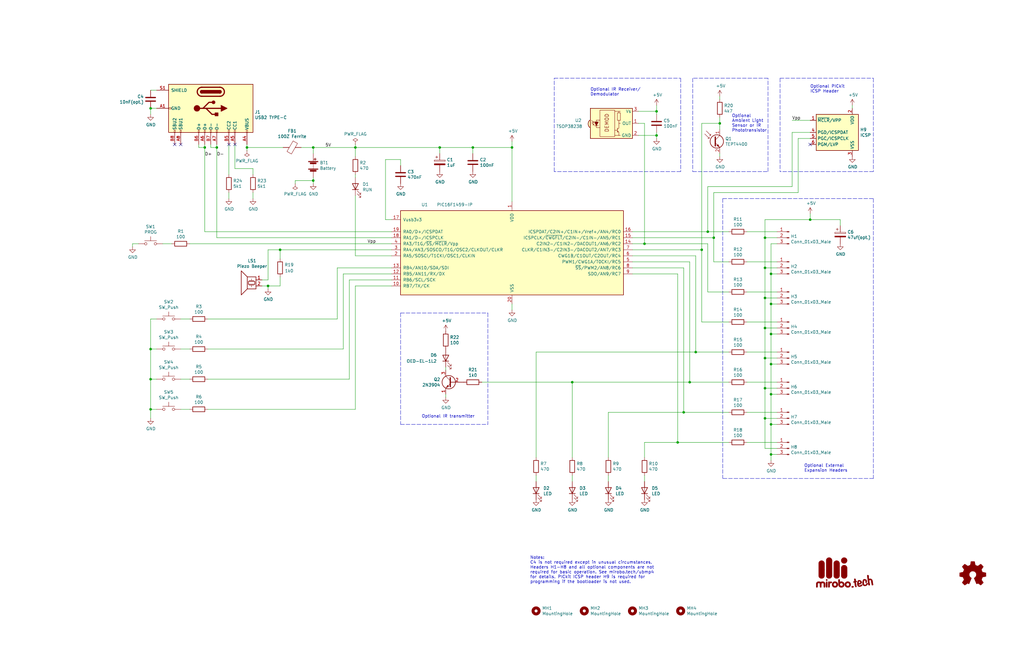
<source format=kicad_sch>
(kicad_sch (version 20230121) (generator eeschema)
  (paper "B")
  (title_block (title "UBMP4") (date "2023-04-26") (rev "3") (company "mirobo.tech") (comment 1 "USB-Based Beginner") (comment 2 "Multifunction Project") (comment 3 "UBMP4 is Open Hardware") (comment 4 "Schematic: CC-BY 4.0"))
  (lib_symbols
    (symbol "Connector:Conn_01x03_Male" (pin_names (offset 1.016) hide)
      (property "Reference" "J" (at 0 5.08 0))
      (property "Value" "Conn_01x03_Male" (at 0 -5.08 0))
      (symbol "Conn_01x03_Male_1_1"
        (pin passive line (at 5.08 2.54 180) (length 3.81) (name "Pin_1") (number "1"))
        (pin passive line (at 5.08 0 180) (length 3.81) (name "Pin_2") (number "2"))
        (pin passive line (at 5.08 -2.54 180) (length 3.81) (name "Pin_3") (number "3"))
      )
    )
    (symbol "Connector:Conn_PIC_ICSP_ICD"
      (property "Reference" "J" (at 6.35 8.89 0))
      (property "Value" "Conn_PIC_ICSP_ICD" (at -8.89 -1.27 90))
      (symbol "Conn_PIC_ICSP_ICD_1_1"
        (pin passive line (at 12.7 5.08 180) (length 2.54) (name "~{MCLR}/VPP") (number "1"))
        (pin passive line (at -5.08 10.16 270) (length 2.54) (name "VDD") (number "2"))
        (pin power_in line (at -5.08 -10.16 90) (length 2.54) (name "VSS") (number "3"))
        (pin bidirectional line (at 12.7 0 180) (length 2.54) (name "PGD/ICSPDAT") (number "4"))
        (pin output line (at 12.7 -2.54 180) (length 2.54) (name "PGC/ICSPCLK") (number "5"))
        (pin output line (at 12.7 -5.08 180) (length 2.54) (name "PGM/LVP") (number "6"))
      )
    )
    (symbol "Device:Battery" (pin_numbers hide) (pin_names (offset 0) hide)
      (property "Reference" "BT" (at 2.54 2.54 0))
      (property "Value" "Battery" (at 2.54 0 0))
      (symbol "Battery_1_1"
        (pin passive line (at 0 5.08 270) (length 2.54) (name "+") (number "1"))
        (pin passive line (at 0 -5.08 90) (length 2.54) (name "-") (number "2"))
      )
    )
    (symbol "Device:C" (pin_numbers hide) (pin_names (offset 0.254))
      (property "Reference" "C" (at 0.635 2.54 0))
      (property "Value" "C" (at 0.635 -2.54 0))
      (symbol "C_1_1"
        (pin passive line (at 0 3.81 270) (length 2.794) (name "~") (number "1"))
        (pin passive line (at 0 -3.81 90) (length 2.794) (name "~") (number "2"))
      )
    )
    (symbol "Device:C_Polarized" (pin_numbers hide) (pin_names (offset 0.254))
      (property "Reference" "C" (at 0.635 2.54 0))
      (property "Value" "C_Polarized" (at 0.635 -2.54 0))
      (symbol "C_Polarized_1_1"
        (pin passive line (at 0 3.81 270) (length 2.794) (name "~") (number "1"))
        (pin passive line (at 0 -3.81 90) (length 2.794) (name "~") (number "2"))
      )
    )
    (symbol "Device:FerriteBead" (pin_numbers hide) (pin_names (offset 0))
      (property "Reference" "FB" (at -3.81 0.635 90))
      (property "Value" "FerriteBead" (at 3.81 0 90))
      (symbol "FerriteBead_1_1"
        (pin passive line (at 0 3.81 270) (length 2.54) (name "~") (number "1"))
        (pin passive line (at 0 -3.81 90) (length 2.54) (name "~") (number "2"))
      )
    )
    (symbol "Device:LED" (pin_numbers hide) (pin_names (offset 1.016) hide)
      (property "Reference" "D" (at 0 2.54 0))
      (property "Value" "LED" (at 0 -2.54 0))
      (symbol "LED_1_1"
        (pin passive line (at -3.81 0 0) (length 2.54) (name "K") (number "1"))
        (pin passive line (at 3.81 0 180) (length 2.54) (name "A") (number "2"))
      )
    )
    (symbol "Device:Q_NPN_EBC" (pin_names (offset 0) hide)
      (property "Reference" "Q" (at 5.08 1.27 0))
      (property "Value" "Q_NPN_EBC" (at 5.08 -1.27 0))
      (symbol "Q_NPN_EBC_1_1"
        (pin passive line (at 2.54 -5.08 90) (length 2.54) (name "E") (number "1"))
        (pin passive line (at -5.08 0 0) (length 5.715) (name "B") (number "2"))
        (pin passive line (at 2.54 5.08 270) (length 2.54) (name "C") (number "3"))
      )
    )
    (symbol "Device:R" (pin_numbers hide) (pin_names (offset 0))
      (property "Reference" "R" (at 2.032 0 90))
      (property "Value" "R" (at 0 0 90))
      (symbol "R_1_1"
        (pin passive line (at 0 3.81 270) (length 1.27) (name "~") (number "1"))
        (pin passive line (at 0 -3.81 90) (length 1.27) (name "~") (number "2"))
      )
    )
    (symbol "Device:Speaker_Crystal" (pin_names (offset 0) hide)
      (property "Reference" "LS" (at 0.635 5.715 0))
      (property "Value" "Speaker_Crystal" (at 0.635 3.81 0))
      (symbol "Speaker_Crystal_1_1"
        (pin input line (at -5.08 0 0) (length 2.54) (name "1") (number "1"))
        (pin input line (at -5.08 -2.54 0) (length 2.54) (name "2") (number "2"))
      )
    )
    (symbol "Graphic:Logo_Open_Hardware_Small" (pin_names (offset 1.016)))
    (symbol "Interface_Optical:TSOP382xx"
      (property "Reference" "U" (at -10.16 7.62 0))
      (property "Value" "TSOP382xx" (at -10.16 -7.62 0))
      (symbol "TSOP382xx_0_0"
        (text "DEMOD" (at -3.175 0.254 900) (effects (font (size 1.524 1.524))))
      )
      (symbol "TSOP382xx_1_1"
        (pin output line (at 10.16 0 180) (length 2.54) (name "OUT") (number "1"))
        (pin power_in line (at 10.16 -5.08 180) (length 2.54) (name "GND") (number "2"))
        (pin power_in line (at 10.16 5.08 180) (length 2.54) (name "Vs") (number "3"))
      )
    )
    (symbol "MCU_Microchip_PIC16:PIC16F1459-IP" (pin_names (offset 1.016))
      (property "Reference" "U" (at -46.99 17.78 0))
      (property "Value" "PIC16F1459-IP" (at -46.99 15.24 0))
      (symbol "PIC16F1459-IP_1_1"
        (pin power_in line (at 0 17.78 270) (length 3.81) (name "VDD") (number "1"))
        (pin bidirectional line (at -50.8 -17.78 0) (length 3.81) (name "RB7/TX/CK") (number "10"))
        (pin bidirectional line (at -50.8 -15.24 0) (length 3.81) (name "RB6/SCL/SCK") (number "11"))
        (pin bidirectional line (at -50.8 -12.7 0) (length 3.81) (name "RB5/AN11/RX/DX") (number "12"))
        (pin bidirectional line (at -50.8 -10.16 0) (length 3.81) (name "RB4/AN10/SDA/SDI") (number "13"))
        (pin bidirectional line (at 50.8 0 180) (length 3.81) (name "C2IN2-/C1IN2-/DACOUT1/AN6/RC2") (number "14"))
        (pin bidirectional line (at 50.8 2.54 180) (length 3.81) (name "ICSPCLK/~{CWGFLT}/C2IN-/C1IN-/AN5/RC1") (number "15"))
        (pin bidirectional line (at 50.8 5.08 180) (length 3.81) (name "ICSPDAT/C2IN+/C1IN+/Vref+/AN4/RC0") (number "16"))
        (pin bidirectional line (at -50.8 10.16 0) (length 3.81) (name "Vusb3v3") (number "17"))
        (pin bidirectional line (at -50.8 2.54 0) (length 3.81) (name "RA1/D-/ICSPCLK") (number "18"))
        (pin bidirectional line (at -50.8 5.08 0) (length 3.81) (name "RA0/D+/ICSPDAT") (number "19"))
        (pin bidirectional line (at -50.8 -5.08 0) (length 3.81) (name "RA5/SOSCI/T1CKI/OSC1/CLKIN") (number "2"))
        (pin power_in line (at 0 -25.4 90) (length 3.81) (name "VSS") (number "20"))
        (pin bidirectional line (at -50.8 -2.54 0) (length 3.81) (name "RA4/AN3/SOSCO/T1G/OSC2/CLKOUT/CLKR") (number "3"))
        (pin input line (at -50.8 0 0) (length 3.81) (name "RA3/T1G/~{SS}/~{MCLR}/Vpp") (number "4"))
        (pin bidirectional line (at 50.8 -7.62 180) (length 3.81) (name "PWM1/CWG1A/T0CKI/RC5") (number "5"))
        (pin bidirectional line (at 50.8 -5.08 180) (length 3.81) (name "CWG1B/C1OUT/C2OUT/RC4") (number "6"))
        (pin bidirectional line (at 50.8 -2.54 180) (length 3.81) (name "CLKR/C1IN3-/C2IN3-/DACOUT2/AN7/RC3") (number "7"))
        (pin bidirectional line (at 50.8 -10.16 180) (length 3.81) (name "~{SS}/PWM2/AN8/RC6") (number "8"))
        (pin bidirectional line (at 50.8 -12.7 180) (length 3.81) (name "SDO/AN9/RC7") (number "9"))
      )
    )
    (symbol "Mechanical:MountingHole" (pin_names (offset 1.016))
      (property "Reference" "H" (at 0 5.08 0))
      (property "Value" "MountingHole" (at 0 3.175 0))
    )
    (symbol "Sensor_Optical:TEPT4400" (pin_names (offset 0) hide)
      (property "Reference" "Q" (at 5.08 1.27 0))
      (property "Value" "TEPT4400" (at 5.08 -1.27 0))
      (symbol "TEPT4400_1_1"
        (pin passive line (at 2.54 5.08 270) (length 2.54) (name "C") (number "1"))
        (pin passive line (at 2.54 -5.08 90) (length 2.54) (name "E") (number "2"))
      )
    )
    (symbol "Switch:SW_Push" (pin_numbers hide) (pin_names (offset 1.016) hide)
      (property "Reference" "SW" (at 1.27 2.54 0))
      (property "Value" "SW_Push" (at 0 -1.524 0))
      (symbol "SW_Push_0_1"
        (pin passive line (at -5.08 0 0) (length 2.54) (name "1") (number "1"))
        (pin passive line (at 5.08 0 180) (length 2.54) (name "2") (number "2"))
      )
    )
    (symbol "UBMP4.1-rescue:USB_C_Receptacle_USB2.0-Connector-UBMP4-rescue" (pin_names (offset 1.016))
      (property "Reference" "J" (at -10.16 19.05 0))
      (property "Value" "USB_C_Receptacle_USB2.0-Connector-UBMP4-rescue" (at 19.05 19.05 0))
      (symbol "USB_C_Receptacle_USB2.0-Connector-UBMP4-rescue_1_1"
        (pin power_in line (at 0 -22.86 90) (length 5.08) (name "GND") (number "A1"))
        (pin passive line (at 0 -22.86 90) (length 5.08) hide (name "GND") (number "A12"))
        (pin power_in line (at 15.24 15.24 180) (length 5.08) (name "VBUS") (number "A4"))
        (pin bidirectional line (at 15.24 10.16 180) (length 5.08) (name "CC1") (number "A5"))
        (pin bidirectional line (at 15.24 -2.54 180) (length 5.08) (name "D+") (number "A6"))
        (pin bidirectional line (at 15.24 2.54 180) (length 5.08) (name "D-") (number "A7"))
        (pin bidirectional line (at 15.24 -12.7 180) (length 5.08) (name "SBU1") (number "A8"))
        (pin passive line (at 15.24 15.24 180) (length 5.08) hide (name "VBUS") (number "A9"))
        (pin passive line (at 0 -22.86 90) (length 5.08) hide (name "GND") (number "B1"))
        (pin passive line (at 0 -22.86 90) (length 5.08) hide (name "GND") (number "B12"))
        (pin passive line (at 15.24 15.24 180) (length 5.08) hide (name "VBUS") (number "B4"))
        (pin bidirectional line (at 15.24 7.62 180) (length 5.08) (name "CC2") (number "B5"))
        (pin bidirectional line (at 15.24 -5.08 180) (length 5.08) (name "D+") (number "B6"))
        (pin bidirectional line (at 15.24 0 180) (length 5.08) (name "D-") (number "B7"))
        (pin bidirectional line (at 15.24 -15.24 180) (length 5.08) (name "SBU2") (number "B8"))
        (pin passive line (at 15.24 15.24 180) (length 5.08) hide (name "VBUS") (number "B9"))
        (pin passive line (at -7.62 -22.86 90) (length 5.08) (name "SHIELD") (number "S1"))
      )
    )
    (symbol "UBMP4.1-rescue:mirobotech_logo-UBMP4" (pin_names (offset 1.016)))
    (symbol "power:+5V" (power) (pin_names (offset 0))
      (property "Value" "+5V" (at 0 3.556 0))
      (symbol "+5V_1_1"
        (pin power_in line (at 0 0 90) (length 0) hide (name "+5V") (number "1"))
      )
    )
    (symbol "power:GND" (power) (pin_names (offset 0))
      (property "Value" "GND" (at 0 -3.81 0))
      (symbol "GND_1_1"
        (pin power_in line (at 0 0 270) (length 0) hide (name "GND") (number "1"))
      )
    )
    (symbol "power:PWR_FLAG" (power) (pin_numbers hide) (pin_names (offset 0) hide)
      (property "Value" "PWR_FLAG" (at 0 3.81 0))
      (symbol "PWR_FLAG_0_0"
        (pin power_out line (at 0 0 90) (length 0) (name "pwr") (number "1"))
      )
    )
  )
  (junction (at 63.5 147.32))
  (junction (at 300.99 100.33))
  (junction (at 63.5 160.02))
  (junction (at 322.58 100.33))
  (junction (at 271.78 102.87))
  (junction (at 295.91 105.41))
  (junction (at 86.36 62.23))
  (junction (at 113.03 120.65))
  (junction (at 322.58 163.83))
  (junction (at 325.12 179.07))
  (junction (at 63.5 45.72))
  (junction (at 325.12 140.97))
  (junction (at 322.58 151.13))
  (junction (at 118.11 105.41))
  (junction (at 276.86 46.99))
  (junction (at 276.86 57.15))
  (junction (at 325.12 128.27))
  (junction (at 63.5 172.72))
  (junction (at 298.45 97.79))
  (junction (at 149.86 62.23))
  (junction (at 185.42 62.23))
  (junction (at 241.3 161.29))
  (junction (at 132.08 76.2))
  (junction (at 325.12 115.57))
  (junction (at 288.29 173.99))
  (junction (at 322.58 138.43))
  (junction (at 322.58 176.53))
  (junction (at 199.39 62.23))
  (junction (at 215.9 62.23))
  (junction (at 104.14 62.23))
  (junction (at 285.75 186.69))
  (junction (at 325.12 153.67))
  (junction (at 293.37 148.59))
  (junction (at 325.12 191.77))
  (junction (at 290.83 161.29))
  (junction (at 325.12 166.37))
  (junction (at 322.58 113.03))
  (junction (at 91.44 62.23))
  (junction (at 132.08 62.23))
  (junction (at 303.53 52.07))
  (junction (at 322.58 125.73))
  (junction (at 341.63 92.71))
  (no_connect (at 73.66 60.96))
  (no_connect (at 96.52 60.96))
  (no_connect (at 99.06 60.96))
  (no_connect (at 76.2 60.96))
  (no_connect (at 341.63 60.96))
  (wire (pts (xy 147.32 160.02) (xy 87.63 160.02)))
  (wire (pts (xy 149.86 107.95) (xy 165.1 107.95)))
  (wire (pts (xy 104.14 62.23) (xy 104.14 63.5)))
  (wire (pts (xy 63.5 45.72) (xy 63.5 48.26)))
  (wire (pts (xy 86.36 62.23) (xy 86.36 97.79)))
  (wire (pts (xy 300.99 110.49) (xy 307.34 110.49)))
  (wire (pts (xy 215.9 59.69) (xy 215.9 62.23)))
  (wire (pts (xy 149.86 82.55) (xy 149.86 107.95)))
  (wire (pts (xy 276.86 46.99) (xy 276.86 48.26)))
  (wire (pts (xy 334.01 78.74) (xy 298.45 78.74)))
  (wire (pts (xy 132.08 74.93) (xy 132.08 76.2)))
  (wire (pts (xy 325.12 166.37) (xy 327.66 166.37)))
  (wire (pts (xy 266.7 102.87) (xy 271.78 102.87)))
  (wire (pts (xy 276.86 55.88) (xy 276.86 57.15)))
  (wire (pts (xy 63.5 160.02) (xy 66.04 160.02)))
  (wire (pts (xy 144.78 147.32) (xy 87.63 147.32)))
  (wire (pts (xy 241.3 200.66) (xy 241.3 203.2)))
  (wire (pts (xy 290.83 161.29) (xy 241.3 161.29)))
  (wire (pts (xy 266.7 100.33) (xy 300.99 100.33)))
  (polyline (pts (xy 304.8 83.82) (xy 368.3 83.82)) (stroke (width 0) (type dash)))
  (polyline (pts (xy 205.74 132.08) (xy 205.74 179.07)) (stroke (width 0) (type dash)))
  (wire (pts (xy 322.58 138.43) (xy 322.58 151.13)))
  (wire (pts (xy 144.78 115.57) (xy 144.78 147.32)))
  (wire (pts (xy 293.37 107.95) (xy 293.37 148.59)))
  (wire (pts (xy 91.44 62.23) (xy 91.44 60.96)))
  (polyline (pts (xy 328.93 33.02) (xy 368.3 33.02)) (stroke (width 0) (type dash)))
  (wire (pts (xy 215.9 62.23) (xy 199.39 62.23)))
  (wire (pts (xy 314.96 110.49) (xy 327.66 110.49)))
  (wire (pts (xy 80.01 102.87) (xy 165.1 102.87)))
  (polyline (pts (xy 304.8 83.82) (xy 304.8 201.93)) (stroke (width 0) (type dash)))
  (wire (pts (xy 314.96 173.99) (xy 327.66 173.99)))
  (wire (pts (xy 132.08 62.23) (xy 149.86 62.23)))
  (wire (pts (xy 113.03 105.41) (xy 118.11 105.41)))
  (wire (pts (xy 63.5 172.72) (xy 66.04 172.72)))
  (polyline (pts (xy 368.3 72.39) (xy 328.93 72.39)) (stroke (width 0) (type dash)))
  (wire (pts (xy 288.29 113.03) (xy 288.29 173.99)))
  (wire (pts (xy 162.56 67.31) (xy 168.91 67.31)))
  (polyline (pts (xy 287.02 33.02) (xy 287.02 72.39)) (stroke (width 0) (type dash)))
  (wire (pts (xy 88.9 60.96) (xy 88.9 62.23)))
  (wire (pts (xy 325.12 115.57) (xy 327.66 115.57)))
  (wire (pts (xy 162.56 67.31) (xy 162.56 92.71)))
  (wire (pts (xy 293.37 148.59) (xy 307.34 148.59)))
  (wire (pts (xy 303.53 40.64) (xy 303.53 41.91)))
  (wire (pts (xy 149.86 62.23) (xy 149.86 66.04)))
  (wire (pts (xy 149.86 120.65) (xy 149.86 172.72)))
  (wire (pts (xy 118.11 120.65) (xy 113.03 120.65)))
  (wire (pts (xy 271.78 52.07) (xy 271.78 102.87)))
  (wire (pts (xy 165.1 118.11) (xy 147.32 118.11)))
  (wire (pts (xy 96.52 81.28) (xy 96.52 83.82)))
  (wire (pts (xy 285.75 186.69) (xy 307.34 186.69)))
  (wire (pts (xy 285.75 115.57) (xy 285.75 186.69)))
  (wire (pts (xy 325.12 191.77) (xy 327.66 191.77)))
  (wire (pts (xy 314.96 161.29) (xy 327.66 161.29)))
  (wire (pts (xy 99.06 60.96) (xy 99.06 71.12)))
  (wire (pts (xy 63.5 147.32) (xy 66.04 147.32)))
  (wire (pts (xy 298.45 123.19) (xy 307.34 123.19)))
  (wire (pts (xy 314.96 123.19) (xy 327.66 123.19)))
  (wire (pts (xy 290.83 161.29) (xy 307.34 161.29)))
  (wire (pts (xy 118.11 109.22) (xy 118.11 105.41)))
  (wire (pts (xy 215.9 85.09) (xy 215.9 62.23)))
  (wire (pts (xy 341.63 90.17) (xy 341.63 92.71)))
  (wire (pts (xy 325.12 115.57) (xy 325.12 128.27)))
  (wire (pts (xy 271.78 200.66) (xy 271.78 203.2)))
  (wire (pts (xy 295.91 52.07) (xy 295.91 105.41)))
  (wire (pts (xy 325.12 102.87) (xy 325.12 115.57)))
  (wire (pts (xy 165.1 115.57) (xy 144.78 115.57)))
  (wire (pts (xy 132.08 76.2) (xy 132.08 77.47)))
  (polyline (pts (xy 368.3 33.02) (xy 368.3 72.39)) (stroke (width 0) (type dash)))
  (wire (pts (xy 290.83 110.49) (xy 290.83 161.29)))
  (polyline (pts (xy 368.3 83.82) (xy 368.3 201.93)) (stroke (width 0) (type dash)))
  (wire (pts (xy 336.55 81.28) (xy 300.99 81.28)))
  (wire (pts (xy 359.41 44.45) (xy 359.41 45.72)))
  (wire (pts (xy 118.11 116.84) (xy 118.11 120.65)))
  (wire (pts (xy 187.96 166.37) (xy 187.96 167.64)))
  (polyline (pts (xy 328.93 33.02) (xy 328.93 72.39)) (stroke (width 0) (type dash)))
  (wire (pts (xy 322.58 151.13) (xy 327.66 151.13)))
  (wire (pts (xy 322.58 100.33) (xy 322.58 113.03)))
  (wire (pts (xy 80.01 160.02) (xy 76.2 160.02)))
  (wire (pts (xy 322.58 176.53) (xy 322.58 189.23)))
  (wire (pts (xy 66.04 38.1) (xy 63.5 38.1)))
  (wire (pts (xy 127 62.23) (xy 132.08 62.23)))
  (wire (pts (xy 91.44 62.23) (xy 91.44 100.33)))
  (wire (pts (xy 80.01 134.62) (xy 76.2 134.62)))
  (wire (pts (xy 226.06 148.59) (xy 226.06 193.04)))
  (wire (pts (xy 295.91 52.07) (xy 303.53 52.07)))
  (wire (pts (xy 110.49 120.65) (xy 113.03 120.65)))
  (wire (pts (xy 113.03 120.65) (xy 113.03 121.92)))
  (wire (pts (xy 55.88 102.87) (xy 58.42 102.87)))
  (wire (pts (xy 322.58 163.83) (xy 327.66 163.83)))
  (wire (pts (xy 165.1 120.65) (xy 149.86 120.65)))
  (wire (pts (xy 276.86 44.45) (xy 276.86 46.99)))
  (wire (pts (xy 63.5 172.72) (xy 63.5 160.02)))
  (wire (pts (xy 322.58 189.23) (xy 327.66 189.23)))
  (polyline (pts (xy 323.85 33.02) (xy 292.1 33.02)) (stroke (width 0) (type dash)))
  (wire (pts (xy 185.42 62.23) (xy 185.42 64.77)))
  (wire (pts (xy 113.03 105.41) (xy 113.03 118.11)))
  (wire (pts (xy 295.91 135.89) (xy 307.34 135.89)))
  (wire (pts (xy 86.36 60.96) (xy 86.36 62.23)))
  (wire (pts (xy 293.37 148.59) (xy 226.06 148.59)))
  (wire (pts (xy 99.06 71.12) (xy 106.68 71.12)))
  (wire (pts (xy 269.24 57.15) (xy 276.86 57.15)))
  (wire (pts (xy 303.53 64.77) (xy 303.53 66.04)))
  (wire (pts (xy 325.12 128.27) (xy 327.66 128.27)))
  (wire (pts (xy 341.63 92.71) (xy 354.33 92.71)))
  (wire (pts (xy 124.46 76.2) (xy 132.08 76.2)))
  (wire (pts (xy 288.29 173.99) (xy 256.54 173.99)))
  (wire (pts (xy 96.52 60.96) (xy 96.52 73.66)))
  (wire (pts (xy 322.58 138.43) (xy 327.66 138.43)))
  (wire (pts (xy 187.96 154.94) (xy 187.96 156.21)))
  (polyline (pts (xy 323.85 72.39) (xy 323.85 33.02)) (stroke (width 0) (type dash)))
  (wire (pts (xy 132.08 64.77) (xy 132.08 62.23)))
  (wire (pts (xy 300.99 81.28) (xy 300.99 100.33)))
  (wire (pts (xy 142.24 134.62) (xy 87.63 134.62)))
  (wire (pts (xy 63.5 160.02) (xy 63.5 147.32)))
  (wire (pts (xy 149.86 60.96) (xy 149.86 62.23)))
  (polyline (pts (xy 168.91 132.08) (xy 205.74 132.08)) (stroke (width 0) (type dash)))
  (wire (pts (xy 142.24 113.03) (xy 142.24 134.62)))
  (wire (pts (xy 327.66 102.87) (xy 325.12 102.87)))
  (polyline (pts (xy 292.1 72.39) (xy 323.85 72.39)) (stroke (width 0) (type dash)))
  (wire (pts (xy 325.12 128.27) (xy 325.12 140.97)))
  (wire (pts (xy 327.66 176.53) (xy 322.58 176.53)))
  (wire (pts (xy 66.04 45.72) (xy 63.5 45.72)))
  (wire (pts (xy 83.82 62.23) (xy 83.82 60.96)))
  (wire (pts (xy 241.3 161.29) (xy 241.3 193.04)))
  (wire (pts (xy 266.7 115.57) (xy 285.75 115.57)))
  (wire (pts (xy 266.7 107.95) (xy 293.37 107.95)))
  (wire (pts (xy 266.7 110.49) (xy 290.83 110.49)))
  (wire (pts (xy 106.68 81.28) (xy 106.68 83.82)))
  (polyline (pts (xy 233.68 72.39) (xy 233.68 33.02)) (stroke (width 0) (type dash)))
  (wire (pts (xy 285.75 186.69) (xy 271.78 186.69)))
  (wire (pts (xy 104.14 60.96) (xy 104.14 62.23)))
  (wire (pts (xy 165.1 92.71) (xy 162.56 92.71)))
  (wire (pts (xy 269.24 46.99) (xy 276.86 46.99)))
  (wire (pts (xy 325.12 153.67) (xy 325.12 166.37)))
  (wire (pts (xy 203.2 161.29) (xy 241.3 161.29)))
  (polyline (pts (xy 292.1 33.02) (xy 292.1 72.39)) (stroke (width 0) (type dash)))
  (wire (pts (xy 298.45 78.74) (xy 298.45 97.79)))
  (wire (pts (xy 86.36 62.23) (xy 83.82 62.23)))
  (wire (pts (xy 314.96 97.79) (xy 327.66 97.79)))
  (wire (pts (xy 300.99 100.33) (xy 300.99 110.49)))
  (wire (pts (xy 269.24 52.07) (xy 271.78 52.07)))
  (wire (pts (xy 91.44 100.33) (xy 165.1 100.33)))
  (wire (pts (xy 322.58 92.71) (xy 341.63 92.71)))
  (wire (pts (xy 325.12 140.97) (xy 325.12 153.67)))
  (wire (pts (xy 199.39 62.23) (xy 199.39 64.77)))
  (wire (pts (xy 106.68 71.12) (xy 106.68 73.66)))
  (wire (pts (xy 88.9 62.23) (xy 91.44 62.23)))
  (wire (pts (xy 185.42 62.23) (xy 149.86 62.23)))
  (wire (pts (xy 288.29 173.99) (xy 307.34 173.99)))
  (wire (pts (xy 63.5 134.62) (xy 66.04 134.62)))
  (wire (pts (xy 118.11 105.41) (xy 165.1 105.41)))
  (wire (pts (xy 149.86 172.72) (xy 87.63 172.72)))
  (wire (pts (xy 113.03 118.11) (xy 110.49 118.11)))
  (wire (pts (xy 266.7 97.79) (xy 298.45 97.79)))
  (polyline (pts (xy 168.91 179.07) (xy 205.74 179.07)) (stroke (width 0) (type dash)))
  (wire (pts (xy 124.46 76.2) (xy 124.46 77.47)))
  (wire (pts (xy 322.58 151.13) (xy 322.58 163.83)))
  (wire (pts (xy 314.96 135.89) (xy 327.66 135.89)))
  (wire (pts (xy 314.96 186.69) (xy 327.66 186.69)))
  (wire (pts (xy 276.86 57.15) (xy 276.86 58.42)))
  (wire (pts (xy 322.58 113.03) (xy 327.66 113.03)))
  (wire (pts (xy 63.5 147.32) (xy 63.5 134.62)))
  (wire (pts (xy 199.39 62.23) (xy 185.42 62.23)))
  (wire (pts (xy 322.58 125.73) (xy 327.66 125.73)))
  (wire (pts (xy 303.53 52.07) (xy 303.53 54.61)))
  (wire (pts (xy 325.12 153.67) (xy 327.66 153.67)))
  (wire (pts (xy 256.54 173.99) (xy 256.54 193.04)))
  (wire (pts (xy 86.36 97.79) (xy 165.1 97.79)))
  (wire (pts (xy 119.38 62.23) (xy 104.14 62.23)))
  (wire (pts (xy 325.12 191.77) (xy 325.12 194.31)))
  (wire (pts (xy 226.06 200.66) (xy 226.06 203.2)))
  (polyline (pts (xy 168.91 132.08) (xy 168.91 179.07)) (stroke (width 0) (type dash)))
  (polyline (pts (xy 287.02 72.39) (xy 233.68 72.39)) (stroke (width 0) (type dash)))
  (wire (pts (xy 298.45 102.87) (xy 298.45 123.19)))
  (wire (pts (xy 334.01 55.88) (xy 334.01 78.74)))
  (wire (pts (xy 165.1 113.03) (xy 142.24 113.03)))
  (wire (pts (xy 314.96 148.59) (xy 327.66 148.59)))
  (wire (pts (xy 68.58 102.87) (xy 72.39 102.87)))
  (wire (pts (xy 327.66 100.33) (xy 322.58 100.33)))
  (wire (pts (xy 325.12 140.97) (xy 327.66 140.97)))
  (wire (pts (xy 266.7 105.41) (xy 295.91 105.41)))
  (wire (pts (xy 354.33 92.71) (xy 354.33 95.25)))
  (wire (pts (xy 149.86 73.66) (xy 149.86 74.93)))
  (wire (pts (xy 322.58 100.33) (xy 322.58 92.71)))
  (wire (pts (xy 295.91 105.41) (xy 295.91 135.89)))
  (wire (pts (xy 341.63 55.88) (xy 334.01 55.88)))
  (wire (pts (xy 80.01 147.32) (xy 76.2 147.32)))
  (wire (pts (xy 215.9 128.27) (xy 215.9 130.81)))
  (wire (pts (xy 256.54 200.66) (xy 256.54 203.2)))
  (polyline (pts (xy 368.3 201.93) (xy 304.8 201.93)) (stroke (width 0) (type dash)))
  (wire (pts (xy 325.12 166.37) (xy 325.12 179.07)))
  (wire (pts (xy 325.12 179.07) (xy 325.12 191.77)))
  (wire (pts (xy 322.58 163.83) (xy 322.58 176.53)))
  (wire (pts (xy 303.53 49.53) (xy 303.53 52.07)))
  (wire (pts (xy 271.78 102.87) (xy 298.45 102.87)))
  (wire (pts (xy 336.55 58.42) (xy 336.55 81.28)))
  (wire (pts (xy 341.63 58.42) (xy 336.55 58.42)))
  (wire (pts (xy 325.12 179.07) (xy 327.66 179.07)))
  (wire (pts (xy 55.88 104.14) (xy 55.88 102.87)))
  (wire (pts (xy 341.63 50.8) (xy 334.01 50.8)))
  (wire (pts (xy 266.7 113.03) (xy 288.29 113.03)))
  (wire (pts (xy 168.91 67.31) (xy 168.91 69.85)))
  (wire (pts (xy 322.58 113.03) (xy 322.58 125.73)))
  (polyline (pts (xy 233.68 33.02) (xy 287.02 33.02)) (stroke (width 0) (type dash)))
  (wire (pts (xy 80.01 172.72) (xy 76.2 172.72)))
  (wire (pts (xy 322.58 125.73) (xy 322.58 138.43)))
  (wire (pts (xy 271.78 186.69) (xy 271.78 193.04)))
  (wire (pts (xy 147.32 118.11) (xy 147.32 160.02)))
  (wire (pts (xy 63.5 172.72) (xy 63.5 176.53)))
  (wire (pts (xy 298.45 97.79) (xy 307.34 97.79)))
  (text "Notes:\nC4 is not required except in unusual circumstances.\nHeaders H1-H8 and all optional components are not\nrequired for basic operation. See mirobo.tech/ubmp4\nfor details. PICkit ICSP header H9 is required for\nprogramming if the bootloader is not used." (at 223.52 246.38 0) (effects (font (size 1.27 1.27)) (justify left bottom)))
  (text "Optional IR transmitter" (at 177.8 176.53 0) (effects (font (size 1.27 1.27)) (justify left bottom)))
  (text "Optional External\nExpansion Headers" (at 339.09 199.39 0) (effects (font (size 1.27 1.27)) (justify left bottom)))
  (text "Optional\nAmbient Light\nSensor or IR\nPhototransistor" (at 308.61 55.88 0) (effects (font (size 1.27 1.27)) (justify left bottom)))
  (text "Optional IR Receiver/\nDemodulator" (at 248.92 40.64 0) (effects (font (size 1.27 1.27)) (justify left bottom)))
  (text "Optional PICkit\nICSP Header" (at 341.63 39.37 0) (effects (font (size 1.27 1.27)) (justify left bottom)))
  (label "Vpp" (at 334.01 50.8 0))
  (label "D+" (at 86.36 66.04 0))
  (label "5V" (at 137.16 62.23 0))
  (label "Vpp" (at 154.94 102.87 0))
  (label "D-" (at 91.44 66.04 0))
  (symbol (lib_id "MCU_Microchip_PIC16:PIC16F1459-IP") (at 215.9 102.87 0) (unit 1)
    (property "Reference" "U1" (at 179.07 86.36 0))
    (property "Value" "PIC16F1459-IP" (at 191.77 86.36 0))
    (property "Footprint" "Package_DIP:DIP-20_W7.62mm_Socket" (effects hide))
    (property "Datasheet" "http://ww1.microchip.com/downloads/en/DeviceDoc/41639A.pdf" (effects hide))
  )
  (symbol (lib_id "Device:C_Polarized") (at 185.42 68.58 0) (unit 1)
    (property "Reference" "C1" (at 188.4172 67.4116 0) (effects (justify left)))
    (property "Value" "1uF" (at 188.4172 69.723 0) (effects (justify left)))
    (property "Footprint" "Capacitor_THT:CP_Radial_D5.0mm_P2.50mm" (effects hide))
  )
  (symbol (lib_id "Device:C") (at 199.39 68.58 0) (unit 1)
    (property "Reference" "C2" (at 202.311 67.4116 0) (effects (justify left)))
    (property "Value" "100nF" (at 202.311 69.723 0) (effects (justify left)))
    (property "Footprint" "Capacitor_THT:C_Disc_D3.4mm_W2.1mm_P2.50mm" (effects hide))
  )
  (symbol (lib_id "Device:C") (at 168.91 73.66 0) (unit 1)
    (property "Reference" "C3" (at 171.831 72.4916 0) (effects (justify left)))
    (property "Value" "470nF" (at 171.831 74.803 0) (effects (justify left)))
    (property "Footprint" "Capacitor_THT:C_Disc_D3.4mm_W2.1mm_P2.50mm" (effects hide))
  )
  (symbol (lib_id "Sensor_Optical:TEPT4400") (at 300.99 59.69 0) (unit 1)
    (property "Reference" "Q1" (at 305.816 58.5216 0) (effects (justify left)))
    (property "Value" "TEPT4400" (at 305.816 60.833 0) (effects (justify left)))
    (property "Footprint" "LED_THT:LED_D3.0mm_Clear" (effects hide))
    (property "Datasheet" "https://www.vishay.com/docs/81341/tept4400.pdf" (effects hide))
  )
  (symbol (lib_id "Interface_Optical:TSOP382xx") (at 259.08 52.07 0) (unit 1)
    (property "Reference" "U2" (at 243.84 50.8 0))
    (property "Value" "TSOP38238" (at 240.03 53.34 0))
    (property "Footprint" "OptoDevice:Vishay_MINICAST-3Pin" (effects hide))
    (property "Datasheet" "http://www.vishay.com/docs/82491/tsop382.pdf" (effects hide))
  )
  (symbol (lib_id "Connector:Conn_PIC_ICSP_ICD") (at 354.33 55.88 0) (mirror y) (unit 1)
    (property "Reference" "H9" (at 362.712 54.7116 0) (effects (justify right)))
    (property "Value" "ICSP" (at 362.712 57.023 0) (effects (justify right)))
    (property "Footprint" "UBMP430-Library:PinHeader_1x06_P2.54mm_Horizontal" (effects hide))
    (property "Datasheet" "http://ww1.microchip.com/downloads/en/devicedoc/30277d.pdf" (effects hide))
  )
  (symbol (lib_id "Device:C_Polarized") (at 354.33 99.06 0) (unit 1)
    (property "Reference" "C6" (at 357.3272 97.8916 0) (effects (justify left)))
    (property "Value" "47uf(opt.)" (at 357.3272 100.203 0) (effects (justify left)))
    (property "Footprint" "Capacitor_THT:CP_Radial_D6.3mm_P2.50mm" (effects hide))
  )
  (symbol (lib_id "Device:Speaker_Crystal") (at 105.41 118.11 0) (mirror y) (unit 1)
    (property "Reference" "LS1" (at 106.2736 110.0582 0))
    (property "Value" "Piezo Beeper" (at 106.2736 112.3696 0))
    (property "Footprint" "Buzzer_Beeper:Buzzer_TDK_PS1240P02BT_D12.2mm_H6.5mm" (effects hide))
  )
  (symbol (lib_id "Switch:SW_Push") (at 71.12 134.62 0) (unit 1)
    (property "Reference" "SW2" (at 71.12 127.381 0))
    (property "Value" "SW_Push" (at 71.12 129.6924 0))
    (property "Footprint" "Button_Switch_THT:SW_PUSH_6mm" (effects hide))
  )
  (symbol (lib_id "Switch:SW_Push") (at 71.12 147.32 0) (unit 1)
    (property "Reference" "SW3" (at 71.12 140.081 0))
    (property "Value" "SW_Push" (at 71.12 142.3924 0))
    (property "Footprint" "Button_Switch_THT:SW_PUSH_6mm" (effects hide))
  )
  (symbol (lib_id "Switch:SW_Push") (at 71.12 160.02 0) (unit 1)
    (property "Reference" "SW4" (at 71.12 152.781 0))
    (property "Value" "SW_Push" (at 71.12 155.0924 0))
    (property "Footprint" "Button_Switch_THT:SW_PUSH_6mm" (effects hide))
  )
  (symbol (lib_id "Switch:SW_Push") (at 71.12 172.72 0) (unit 1)
    (property "Reference" "SW5" (at 71.12 165.481 0))
    (property "Value" "SW_Push" (at 71.12 167.7924 0))
    (property "Footprint" "Button_Switch_THT:SW_PUSH_6mm" (effects hide))
  )
  (symbol (lib_id "Connector:Conn_01x03_Male") (at 332.74 100.33 0) (mirror y) (unit 1)
    (property "Reference" "H1" (at 333.4512 99.7204 0) (effects (justify right)))
    (property "Value" "Conn_01x03_Male" (at 333.4512 102.0318 0) (effects (justify right)))
    (property "Footprint" "Connector_PinHeader_2.54mm:PinHeader_1x03_P2.54mm_Vertical" (effects hide))
  )
  (symbol (lib_id "Connector:Conn_01x03_Male") (at 332.74 113.03 0) (mirror y) (unit 1)
    (property "Reference" "H2" (at 333.4512 112.4204 0) (effects (justify right)))
    (property "Value" "Conn_01x03_Male" (at 333.4512 114.7318 0) (effects (justify right)))
    (property "Footprint" "Connector_PinHeader_2.54mm:PinHeader_1x03_P2.54mm_Vertical" (effects hide))
  )
  (symbol (lib_id "Connector:Conn_01x03_Male") (at 332.74 125.73 0) (mirror y) (unit 1)
    (property "Reference" "H3" (at 333.4512 125.1204 0) (effects (justify right)))
    (property "Value" "Conn_01x03_Male" (at 333.4512 127.4318 0) (effects (justify right)))
    (property "Footprint" "Connector_PinHeader_2.54mm:PinHeader_1x03_P2.54mm_Vertical" (effects hide))
  )
  (symbol (lib_id "Connector:Conn_01x03_Male") (at 332.74 138.43 0) (mirror y) (unit 1)
    (property "Reference" "H4" (at 333.4512 137.8204 0) (effects (justify right)))
    (property "Value" "Conn_01x03_Male" (at 333.4512 140.1318 0) (effects (justify right)))
    (property "Footprint" "Connector_PinHeader_2.54mm:PinHeader_1x03_P2.54mm_Vertical" (effects hide))
  )
  (symbol (lib_id "Connector:Conn_01x03_Male") (at 332.74 151.13 0) (mirror y) (unit 1)
    (property "Reference" "H5" (at 333.4512 150.5204 0) (effects (justify right)))
    (property "Value" "Conn_01x03_Male" (at 333.4512 152.8318 0) (effects (justify right)))
    (property "Footprint" "Connector_PinHeader_2.54mm:PinHeader_1x03_P2.54mm_Vertical" (effects hide))
  )
  (symbol (lib_id "Connector:Conn_01x03_Male") (at 332.74 163.83 0) (mirror y) (unit 1)
    (property "Reference" "H6" (at 333.4512 163.2204 0) (effects (justify right)))
    (property "Value" "Conn_01x03_Male" (at 333.4512 165.5318 0) (effects (justify right)))
    (property "Footprint" "Connector_PinHeader_2.54mm:PinHeader_1x03_P2.54mm_Vertical" (effects hide))
  )
  (symbol (lib_id "Connector:Conn_01x03_Male") (at 332.74 176.53 0) (mirror y) (unit 1)
    (property "Reference" "H7" (at 333.4512 175.9204 0) (effects (justify right)))
    (property "Value" "Conn_01x03_Male" (at 333.4512 178.2318 0) (effects (justify right)))
    (property "Footprint" "Connector_PinHeader_2.54mm:PinHeader_1x03_P2.54mm_Vertical" (effects hide))
  )
  (symbol (lib_id "Connector:Conn_01x03_Male") (at 332.74 189.23 0) (mirror y) (unit 1)
    (property "Reference" "H8" (at 333.4512 188.6204 0) (effects (justify right)))
    (property "Value" "Conn_01x03_Male" (at 333.4512 190.9318 0) (effects (justify right)))
    (property "Footprint" "Connector_PinHeader_2.54mm:PinHeader_1x03_P2.54mm_Vertical" (effects hide))
  )
  (symbol (lib_id "Device:LED") (at 226.06 207.01 90) (unit 1)
    (property "Reference" "D2" (at 229.0572 206.0194 90) (effects (justify right)))
    (property "Value" "LED" (at 229.0572 208.3308 90) (effects (justify right)))
    (property "Footprint" "UBMP430-Library:LED_D3.0mm" (effects hide))
  )
  (symbol (lib_id "Device:LED") (at 241.3 207.01 90) (unit 1)
    (property "Reference" "D3" (at 244.2972 206.0194 90) (effects (justify right)))
    (property "Value" "LED" (at 244.2972 208.3308 90) (effects (justify right)))
    (property "Footprint" "UBMP430-Library:LED_D3.0mm" (effects hide))
  )
  (symbol (lib_id "Device:LED") (at 256.54 207.01 90) (unit 1)
    (property "Reference" "D4" (at 259.5372 206.0194 90) (effects (justify right)))
    (property "Value" "LED" (at 259.5372 208.3308 90) (effects (justify right)))
    (property "Footprint" "UBMP430-Library:LED_D3.0mm" (effects hide))
  )
  (symbol (lib_id "Device:LED") (at 271.78 207.01 90) (unit 1)
    (property "Reference" "D5" (at 274.7772 206.0194 90) (effects (justify right)))
    (property "Value" "LED" (at 274.7772 208.3308 90) (effects (justify right)))
    (property "Footprint" "UBMP430-Library:LED_D3.0mm" (effects hide))
  )
  (symbol (lib_id "Switch:SW_Push") (at 63.5 102.87 0) (unit 1)
    (property "Reference" "SW1" (at 63.5 95.631 0))
    (property "Value" "PROG" (at 63.5 97.9424 0))
    (property "Footprint" "Button_Switch_THT:SW_PUSH_6mm" (effects hide))
  )
  (symbol (lib_id "Device:R") (at 76.2 102.87 90) (unit 1)
    (property "Reference" "R1" (at 76.2 97.6122 90))
    (property "Value" "100" (at 76.2 99.9236 90))
    (property "Footprint" "Resistor_THT:R_Axial_DIN0207_L6.3mm_D2.5mm_P10.16mm_Horizontal" (effects hide))
  )
  (symbol (lib_id "Device:R") (at 149.86 69.85 180) (unit 1)
    (property "Reference" "R2" (at 151.638 68.6816 0) (effects (justify right)))
    (property "Value" "470" (at 151.638 70.993 0) (effects (justify right)))
    (property "Footprint" "Resistor_THT:R_Axial_DIN0207_L6.3mm_D2.5mm_P10.16mm_Horizontal" (effects hide))
  )
  (symbol (lib_id "Device:LED") (at 149.86 78.74 90) (unit 1)
    (property "Reference" "D1" (at 152.8572 77.7494 90) (effects (justify right)))
    (property "Value" "RUN" (at 152.8572 80.0608 90) (effects (justify right)))
    (property "Footprint" "UBMP430-Library:LED_D3.0mm" (effects hide))
  )
  (symbol (lib_id "Device:LED") (at 187.96 151.13 90) (unit 1)
    (property "Reference" "D6" (at 182.88 149.86 90))
    (property "Value" "OED-EL-1L2" (at 177.8 152.4 90))
    (property "Footprint" "UBMP430-Library:LED_D5.0mm_Horizontal_O1.27mm_Z3.0mm_Clear" (effects hide))
  )
  (symbol (lib_id "Device:R") (at 118.11 113.03 180) (unit 1)
    (property "Reference" "R19" (at 121.92 111.76 0))
    (property "Value" "1k0" (at 121.92 114.3 0))
    (property "Footprint" "Resistor_THT:R_Axial_DIN0207_L6.3mm_D2.5mm_P10.16mm_Horizontal" (effects hide))
  )
  (symbol (lib_id "Device:R") (at 303.53 45.72 0) (unit 1)
    (property "Reference" "R20" (at 305.308 44.5516 0) (effects (justify left)))
    (property "Value" "4k7" (at 305.308 46.863 0) (effects (justify left)))
    (property "Footprint" "Resistor_THT:R_Axial_DIN0207_L6.3mm_D2.5mm_P10.16mm_Horizontal" (effects hide))
  )
  (symbol (lib_id "Device:R") (at 83.82 134.62 270) (unit 1)
    (property "Reference" "R3" (at 83.82 129.3622 90))
    (property "Value" "100" (at 83.82 131.6736 90))
    (property "Footprint" "Resistor_THT:R_Axial_DIN0207_L6.3mm_D2.5mm_P10.16mm_Horizontal" (effects hide))
  )
  (symbol (lib_id "Device:R") (at 83.82 147.32 270) (unit 1)
    (property "Reference" "R4" (at 83.82 142.0622 90))
    (property "Value" "100" (at 83.82 144.3736 90))
    (property "Footprint" "Resistor_THT:R_Axial_DIN0207_L6.3mm_D2.5mm_P10.16mm_Horizontal" (effects hide))
  )
  (symbol (lib_id "Device:R") (at 83.82 160.02 270) (unit 1)
    (property "Reference" "R5" (at 83.82 154.7622 90))
    (property "Value" "100" (at 83.82 157.0736 90))
    (property "Footprint" "Resistor_THT:R_Axial_DIN0207_L6.3mm_D2.5mm_P10.16mm_Horizontal" (effects hide))
  )
  (symbol (lib_id "Device:R") (at 83.82 172.72 270) (unit 1)
    (property "Reference" "R6" (at 83.82 167.4622 90))
    (property "Value" "100" (at 83.82 169.7736 90))
    (property "Footprint" "Resistor_THT:R_Axial_DIN0207_L6.3mm_D2.5mm_P10.16mm_Horizontal" (effects hide))
  )
  (symbol (lib_id "Device:R") (at 226.06 196.85 0) (unit 1)
    (property "Reference" "R7" (at 227.838 195.6816 0) (effects (justify left)))
    (property "Value" "470" (at 227.838 197.993 0) (effects (justify left)))
    (property "Footprint" "Resistor_THT:R_Axial_DIN0207_L6.3mm_D2.5mm_P10.16mm_Horizontal" (effects hide))
  )
  (symbol (lib_id "Device:R") (at 241.3 196.85 0) (unit 1)
    (property "Reference" "R8" (at 243.078 195.6816 0) (effects (justify left)))
    (property "Value" "470" (at 243.078 197.993 0) (effects (justify left)))
    (property "Footprint" "Resistor_THT:R_Axial_DIN0207_L6.3mm_D2.5mm_P10.16mm_Horizontal" (effects hide))
  )
  (symbol (lib_id "Device:R") (at 256.54 196.85 0) (unit 1)
    (property "Reference" "R9" (at 258.318 195.6816 0) (effects (justify left)))
    (property "Value" "470" (at 258.318 197.993 0) (effects (justify left)))
    (property "Footprint" "Resistor_THT:R_Axial_DIN0207_L6.3mm_D2.5mm_P10.16mm_Horizontal" (effects hide))
  )
  (symbol (lib_id "Device:R") (at 271.78 196.85 0) (unit 1)
    (property "Reference" "R10" (at 273.558 195.6816 0) (effects (justify left)))
    (property "Value" "470" (at 273.558 197.993 0) (effects (justify left)))
    (property "Footprint" "Resistor_THT:R_Axial_DIN0207_L6.3mm_D2.5mm_P10.16mm_Horizontal" (effects hide))
  )
  (symbol (lib_id "Device:R") (at 311.15 97.79 270) (unit 1)
    (property "Reference" "R11" (at 311.15 92.5322 90))
    (property "Value" "100" (at 311.15 94.8436 90))
    (property "Footprint" "Resistor_THT:R_Axial_DIN0207_L6.3mm_D2.5mm_P10.16mm_Horizontal" (effects hide))
  )
  (symbol (lib_id "Device:R") (at 311.15 110.49 270) (unit 1)
    (property "Reference" "R12" (at 311.15 105.2322 90))
    (property "Value" "100" (at 311.15 107.5436 90))
    (property "Footprint" "Resistor_THT:R_Axial_DIN0207_L6.3mm_D2.5mm_P10.16mm_Horizontal" (effects hide))
  )
  (symbol (lib_id "Device:R") (at 311.15 123.19 270) (unit 1)
    (property "Reference" "R13" (at 311.15 117.9322 90))
    (property "Value" "100" (at 311.15 120.2436 90))
    (property "Footprint" "Resistor_THT:R_Axial_DIN0207_L6.3mm_D2.5mm_P10.16mm_Horizontal" (effects hide))
  )
  (symbol (lib_id "Device:R") (at 311.15 135.89 270) (unit 1)
    (property "Reference" "R14" (at 311.15 130.6322 90))
    (property "Value" "100" (at 311.15 132.9436 90))
    (property "Footprint" "Resistor_THT:R_Axial_DIN0207_L6.3mm_D2.5mm_P10.16mm_Horizontal" (effects hide))
  )
  (symbol (lib_id "power:GND") (at 199.39 72.39 0) (unit 1)
    (property "Reference" "#PWR06" (effects hide))
    (property "Value" "GND" (at 199.517 76.7842 0))
  )
  (symbol (lib_id "power:GND") (at 185.42 72.39 0) (unit 1)
    (property "Reference" "#PWR05" (effects hide))
    (property "Value" "GND" (at 185.547 76.7842 0))
  )
  (symbol (lib_id "power:GND") (at 168.91 77.47 0) (unit 1)
    (property "Reference" "#PWR04" (effects hide))
    (property "Value" "GND" (at 169.037 81.8642 0))
  )
  (symbol (lib_id "power:GND") (at 55.88 104.14 0) (unit 1)
    (property "Reference" "#PWR03" (effects hide))
    (property "Value" "GND" (at 56.007 108.5342 0))
  )
  (symbol (lib_id "power:GND") (at 113.03 121.92 0) (unit 1)
    (property "Reference" "#PWR02" (effects hide))
    (property "Value" "GND" (at 113.157 126.3142 0))
  )
  (symbol (lib_id "power:GND") (at 63.5 176.53 0) (unit 1)
    (property "Reference" "#PWR01" (effects hide))
    (property "Value" "GND" (at 63.627 180.9242 0))
  )
  (symbol (lib_id "power:GND") (at 215.9 130.81 0) (unit 1)
    (property "Reference" "#PWR07" (effects hide))
    (property "Value" "GND" (at 216.027 135.2042 0))
  )
  (symbol (lib_id "power:GND") (at 226.06 210.82 0) (unit 1)
    (property "Reference" "#PWR08" (effects hide))
    (property "Value" "GND" (at 226.187 215.2142 0))
  )
  (symbol (lib_id "power:GND") (at 241.3 210.82 0) (unit 1)
    (property "Reference" "#PWR09" (effects hide))
    (property "Value" "GND" (at 241.427 215.2142 0))
  )
  (symbol (lib_id "power:GND") (at 256.54 210.82 0) (unit 1)
    (property "Reference" "#PWR010" (effects hide))
    (property "Value" "GND" (at 256.667 215.2142 0))
  )
  (symbol (lib_id "power:GND") (at 271.78 210.82 0) (unit 1)
    (property "Reference" "#PWR011" (effects hide))
    (property "Value" "GND" (at 271.907 215.2142 0))
  )
  (symbol (lib_id "power:GND") (at 359.41 66.04 0) (unit 1)
    (property "Reference" "#PWR014" (effects hide))
    (property "Value" "GND" (at 359.537 70.4342 0))
  )
  (symbol (lib_id "power:GND") (at 187.96 167.64 0) (unit 1)
    (property "Reference" "#PWR012" (effects hide))
    (property "Value" "GND" (at 188.087 172.0342 0))
  )
  (symbol (lib_id "power:GND") (at 354.33 102.87 0) (unit 1)
    (property "Reference" "#PWR015" (effects hide))
    (property "Value" "GND" (at 354.457 107.2642 0))
  )
  (symbol (lib_id "power:GND") (at 303.53 66.04 0) (unit 1)
    (property "Reference" "#PWR016" (effects hide))
    (property "Value" "GND" (at 303.657 70.4342 0))
  )
  (symbol (lib_id "power:GND") (at 276.86 58.42 0) (unit 1)
    (property "Reference" "#PWR017" (effects hide))
    (property "Value" "GND" (at 276.987 62.8142 0))
  )
  (symbol (lib_id "UBMP4.1-rescue:USB_C_Receptacle_USB2.0-Connector-UBMP4-rescue") (at 88.9 45.72 270) (unit 1)
    (property "Reference" "J1" (at 107.442 47.2694 90) (effects (justify left)))
    (property "Value" "USB2 TYPE-C" (at 107.442 49.5808 90) (effects (justify left)))
    (property "Footprint" "Connector_USB:USB_C_Receptacle_GCT_USB4085" (effects hide))
    (property "Datasheet" "https://www.usb.org/sites/default/files/documents/usb_type-c.zip" (effects hide))
  )
  (symbol (lib_id "power:GND") (at 63.5 48.26 0) (unit 1)
    (property "Reference" "#PWR013" (effects hide))
    (property "Value" "GND" (at 63.627 52.6542 0))
  )
  (symbol (lib_id "Device:Battery") (at 132.08 69.85 0) (unit 1)
    (property "Reference" "BT1" (at 134.8232 68.6816 0) (effects (justify left)))
    (property "Value" "Battery" (at 134.8232 70.993 0) (effects (justify left)))
    (property "Footprint" "Connector_PinHeader_2.54mm:PinHeader_1x02_P2.54mm_Vertical" (effects hide))
  )
  (symbol (lib_id "power:GND") (at 132.08 77.47 0) (unit 1)
    (property "Reference" "#PWR018" (effects hide))
    (property "Value" "GND" (at 132.207 81.8642 0))
  )
  (symbol (lib_id "Device:FerriteBead") (at 123.19 62.23 270) (unit 1)
    (property "Reference" "FB1" (at 123.19 55.2704 90))
    (property "Value" "100Z Ferrite" (at 123.19 57.5818 90))
    (property "Footprint" "Resistor_THT:R_Axial_DIN0411_L9.9mm_D3.6mm_P12.70mm_Horizontal" (effects hide))
  )
  (symbol (lib_id "Device:C") (at 63.5 41.91 0) (mirror x) (unit 1)
    (property "Reference" "C4" (at 60.6044 40.7416 0) (effects (justify right)))
    (property "Value" "10nF(opt.)" (at 60.6044 43.053 0) (effects (justify right)))
    (property "Footprint" "Capacitor_THT:C_Disc_D3.4mm_W2.1mm_P2.50mm" (effects hide))
  )
  (symbol (lib_id "Device:C") (at 276.86 52.07 0) (unit 1)
    (property "Reference" "C5" (at 279.781 50.9016 0) (effects (justify left)))
    (property "Value" "100nF" (at 279.781 53.213 0) (effects (justify left)))
    (property "Footprint" "Capacitor_THT:C_Disc_D3.4mm_W2.1mm_P2.50mm" (effects hide))
  )
  (symbol (lib_id "power:PWR_FLAG") (at 149.86 60.96 0) (unit 1)
    (property "Reference" "#FLG0101" (effects hide))
    (property "Value" "PWR_FLAG" (at 149.86 56.5658 0))
  )
  (symbol (lib_id "power:PWR_FLAG") (at 124.46 77.47 0) (mirror x) (unit 1)
    (property "Reference" "#FLG0102" (effects hide))
    (property "Value" "PWR_FLAG" (at 124.46 81.8642 0))
  )
  (symbol (lib_id "power:GND") (at 325.12 194.31 0) (unit 1)
    (property "Reference" "#PWR0101" (effects hide))
    (property "Value" "GND" (at 325.247 198.7042 0))
  )
  (symbol (lib_id "power:PWR_FLAG") (at 104.14 63.5 0) (mirror x) (unit 1)
    (property "Reference" "#FLG0103" (effects hide))
    (property "Value" "PWR_FLAG" (at 104.14 67.8942 0))
  )
  (symbol (lib_id "power:+5V") (at 215.9 59.69 0) (unit 1)
    (property "Reference" "#PWR0102" (effects hide))
    (property "Value" "+5V" (at 216.281 55.2958 0))
  )
  (symbol (lib_id "power:+5V") (at 276.86 44.45 0) (unit 1)
    (property "Reference" "#PWR0103" (effects hide))
    (property "Value" "+5V" (at 277.241 40.0558 0))
  )
  (symbol (lib_id "power:+5V") (at 359.41 44.45 0) (unit 1)
    (property "Reference" "#PWR0104" (effects hide))
    (property "Value" "+5V" (at 359.791 40.0558 0))
  )
  (symbol (lib_id "power:+5V") (at 303.53 40.64 0) (unit 1)
    (property "Reference" "#PWR0105" (effects hide))
    (property "Value" "+5V" (at 303.911 36.2458 0))
  )
  (symbol (lib_id "power:+5V") (at 341.63 90.17 0) (unit 1)
    (property "Reference" "#PWR0106" (effects hide))
    (property "Value" "+5V" (at 342.011 85.7758 0))
  )
  (symbol (lib_id "UBMP4.1-rescue:mirobotech_logo-UBMP4") (at 359.41 241.3 0) (unit 1)
    (property "Reference" "G1" (effects hide))
    (property "Value" "mirobotech_logo" (effects hide))
    (property "Footprint" "UBMP430-Library:mirobo_logo_10" (effects hide))
  )
  (symbol (lib_id "Device:R") (at 187.96 143.51 0) (unit 1)
    (property "Reference" "R22" (at 189.738 142.3416 0) (effects (justify left)))
    (property "Value" "100" (at 189.738 144.653 0) (effects (justify left)))
    (property "Footprint" "Resistor_THT:R_Axial_DIN0207_L6.3mm_D2.5mm_P10.16mm_Horizontal" (effects hide))
  )
  (symbol (lib_id "Device:R") (at 199.39 161.29 270) (unit 1)
    (property "Reference" "R21" (at 199.39 156.0322 90))
    (property "Value" "1k0" (at 199.39 158.3436 90))
    (property "Footprint" "Resistor_THT:R_Axial_DIN0207_L6.3mm_D2.5mm_P10.16mm_Horizontal" (effects hide))
  )
  (symbol (lib_id "Device:Q_NPN_EBC") (at 190.5 161.29 0) (mirror y) (unit 1)
    (property "Reference" "Q2" (at 185.6486 160.1216 0) (effects (justify left)))
    (property "Value" "2N3904" (at 185.6486 162.433 0) (effects (justify left)))
    (property "Footprint" "Package_TO_SOT_THT:TO-92" (effects hide))
  )
  (symbol (lib_id "power:+5V") (at 187.96 139.7 0) (unit 1)
    (property "Reference" "#PWR023" (effects hide))
    (property "Value" "+5V" (at 188.341 135.3058 0))
  )
  (symbol (lib_id "Mechanical:MountingHole") (at 226.06 257.81 0) (unit 1)
    (property "Reference" "MH1" (at 228.6 256.6416 0) (effects (justify left)))
    (property "Value" "MountingHole" (at 228.6 258.953 0) (effects (justify left)))
    (property "Footprint" "MountingHole:MountingHole_3.2mm_M3_Pad" (effects hide))
  )
  (symbol (lib_id "Mechanical:MountingHole") (at 246.38 257.81 0) (unit 1)
    (property "Reference" "MH2" (at 248.92 256.6416 0) (effects (justify left)))
    (property "Value" "MountingHole" (at 248.92 258.953 0) (effects (justify left)))
    (property "Footprint" "MountingHole:MountingHole_3.2mm_M3_Pad" (effects hide))
  )
  (symbol (lib_id "Mechanical:MountingHole") (at 266.7 257.81 0) (unit 1)
    (property "Reference" "MH3" (at 269.24 256.6416 0) (effects (justify left)))
    (property "Value" "MountingHole" (at 269.24 258.953 0) (effects (justify left)))
    (property "Footprint" "MountingHole:MountingHole_3.2mm_M3_Pad" (effects hide))
  )
  (symbol (lib_id "Mechanical:MountingHole") (at 287.02 257.81 0) (unit 1)
    (property "Reference" "MH4" (at 289.56 256.6416 0) (effects (justify left)))
    (property "Value" "MountingHole" (at 289.56 258.953 0) (effects (justify left)))
    (property "Footprint" "MountingHole:MountingHole_3.2mm_M3_Pad" (effects hide))
  )
  (symbol (lib_id "Device:R") (at 311.15 148.59 270) (unit 1)
    (property "Reference" "R15" (at 311.15 143.3322 90))
    (property "Value" "100" (at 311.15 145.6436 90))
    (property "Footprint" "Resistor_THT:R_Axial_DIN0207_L6.3mm_D2.5mm_P10.16mm_Horizontal" (effects hide))
  )
  (symbol (lib_id "Device:R") (at 311.15 161.29 270) (unit 1)
    (property "Reference" "R16" (at 311.15 156.0322 90))
    (property "Value" "100" (at 311.15 158.3436 90))
    (property "Footprint" "Resistor_THT:R_Axial_DIN0207_L6.3mm_D2.5mm_P10.16mm_Horizontal" (effects hide))
  )
  (symbol (lib_id "Device:R") (at 311.15 173.99 270) (unit 1)
    (property "Reference" "R17" (at 311.15 168.7322 90))
    (property "Value" "100" (at 311.15 171.0436 90))
    (property "Footprint" "Resistor_THT:R_Axial_DIN0207_L6.3mm_D2.5mm_P10.16mm_Horizontal" (effects hide))
  )
  (symbol (lib_id "Device:R") (at 311.15 186.69 270) (unit 1)
    (property "Reference" "R18" (at 311.15 181.4322 90))
    (property "Value" "100" (at 311.15 183.7436 90))
    (property "Footprint" "Resistor_THT:R_Axial_DIN0207_L6.3mm_D2.5mm_P10.16mm_Horizontal" (effects hide))
  )
  (symbol (lib_id "Graphic:Logo_Open_Hardware_Small") (at 410.21 242.57 0) (unit 1)
    (property "Reference" "G2" (effects hide))
    (property "Value" "Logo_Open_Hardware_Small" (effects hide))
    (property "Footprint" "Symbol:OSHW-Symbol_6.7x6mm_SilkScreen" (effects hide))
  )
  (symbol (lib_id "power:GND") (at 96.52 83.82 0) (unit 1)
    (property "Reference" "#PWR019" (effects hide))
    (property "Value" "GND" (at 96.647 88.2142 0))
  )
  (symbol (lib_id "power:GND") (at 106.68 83.82 0) (unit 1)
    (property "Reference" "#PWR020" (effects hide))
    (property "Value" "GND" (at 106.807 88.2142 0))
  )
  (symbol (lib_id "Device:R") (at 96.52 77.47 180) (unit 1)
    (property "Reference" "R24" (at 98.298 76.3016 0) (effects (justify right)))
    (property "Value" "5k1" (at 98.298 78.613 0) (effects (justify right)))
    (property "Footprint" "Resistor_THT:R_Axial_DIN0207_L6.3mm_D2.5mm_P10.16mm_Horizontal" (effects hide))
  )
  (symbol (lib_id "Device:R") (at 106.68 77.47 180) (unit 1)
    (property "Reference" "R23" (at 108.458 76.3016 0) (effects (justify right)))
    (property "Value" "5k1" (at 108.458 78.613 0) (effects (justify right)))
    (property "Footprint" "Resistor_THT:R_Axial_DIN0207_L6.3mm_D2.5mm_P10.16mm_Horizontal" (effects hide))
  )
)
</source>
